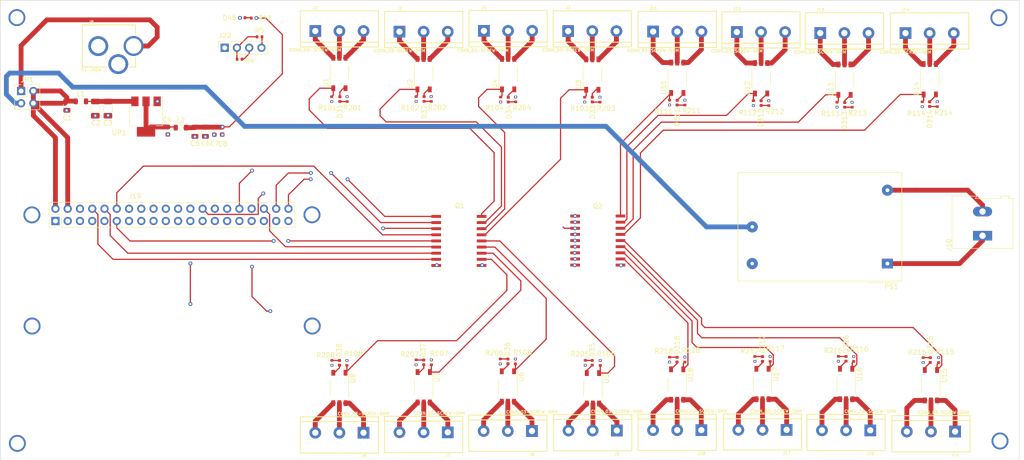
<source format=kicad_pcb>
(kicad_pcb (version 20211014) (generator pcbnew)
  (layers (0 "F.Cu" signal) (1 "In1.Cu" signal) (2 "In2.Cu" signal) (31 "B.Cu" signal) (34 "B.Paste" user) (35 "F.Paste" user) (36 "B.SilkS" user "B.Silkscreen") (37 "F.SilkS" user "F.Silkscreen") (38 "B.Mask" user) (39 "F.Mask" user) (44 "Edge.Cuts" user))
  (net 0 "")
  (net 1 "VBUS")
  (net 2 "GND")
  (net 3 "Net-(C2-Pad1)")
  (net 4 "Net-(C4-Pad1)")
  (net 5 "Net-(D32-Pad2)")
  (net 6 "Net-(D33-Pad1)")
  (net 7 "Net-(D33-Pad2)")
  (net 8 "Net-(D34-Pad2)")
  (net 9 "I2C_SCL")
  (net 10 "I2C_SDA")
  (net 11 "Net-(J5-Pad1)")
  (net 12 "Net-(J5-Pad2)")
  (net 13 "Net-(J5-Pad3)")
  (net 14 "Net-(J6-Pad1)")
  (net 15 "Net-(J6-Pad2)")
  (net 16 "Net-(J6-Pad3)")
  (net 17 "Net-(J8-Pad1)")
  (net 18 "Net-(J8-Pad2)")
  (net 19 "Net-(J8-Pad3)")
  (net 20 "Net-(J11-Pad1)")
  (net 21 "Net-(J11-Pad2)")
  (net 22 "Net-(J11-Pad3)")
  (net 23 "Net-(J12-Pad1)")
  (net 24 "Net-(J12-Pad2)")
  (net 25 "Net-(J12-Pad3)")
  (net 26 "Net-(J13-Pad1)")
  (net 27 "Net-(J13-Pad2)")
  (net 28 "Net-(J13-Pad3)")
  (net 29 "Net-(J14-Pad1)")
  (net 30 "Net-(J14-Pad2)")
  (net 31 "Net-(J14-Pad3)")
  (net 32 "Net-(J15-Pad1)")
  (net 33 "Net-(J15-Pad2)")
  (net 34 "Net-(J15-Pad3)")
  (net 35 "Net-(J17-Pad1)")
  (net 36 "Net-(J17-Pad2)")
  (net 37 "Net-(J17-Pad3)")
  (net 38 "Net-(J18-Pad1)")
  (net 39 "Net-(J18-Pad2)")
  (net 40 "Net-(J18-Pad3)")
  (net 41 "Net-(D35-Pad2)")
  (net 42 "Net-(D36-Pad2)")
  (net 43 "Net-(D37-Pad1)")
  (net 44 "Net-(D37-Pad2)")
  (net 45 "Net-(D38-Pad2)")
  (net 46 "Net-(Q1-Pad1)")
  (net 47 "Net-(Q2-Pad1)")
  (net 48 "Net-(Q2-Pad2)")
  (net 49 "Net-(Q2-Pad3)")
  (net 50 "Net-(Q2-Pad4)")
  (net 51 "Net-(Q2-Pad6)")
  (net 52 "Net-(Q2-Pad8)")
  (net 53 "Net-(Q2-Pad12)")
  (net 54 "Net-(D311-Pad1)")
  (net 55 "Net-(D312-Pad2)")
  (net 56 "Net-(D313-Pad2)")
  (net 57 "Net-(D315-Pad2)")
  (net 58 "Net-(D316-Pad2)")
  (net 59 "Net-(D317-Pad2)")
  (net 60 "Net-(D318-Pad2)")
  (net 61 "Net-(J3-Pad1)")
  (net 62 "Net-(J3-Pad2)")
  (net 63 "Net-(J3-Pad3)")
  (net 64 "Net-(J1-Pad1)")
  (net 65 "Net-(J1-Pad2)")
  (net 66 "Net-(J1-Pad3)")
  (net 67 "Net-(J2-Pad1)")
  (net 68 "Net-(J2-Pad2)")
  (net 69 "Net-(J2-Pad3)")
  (net 70 "Net-(J4-Pad1)")
  (net 71 "Net-(J4-Pad2)")
  (net 72 "Net-(J4-Pad3)")
  (net 73 "Net-(J7-Pad1)")
  (net 74 "Net-(J7-Pad2)")
  (net 75 "Net-(J7-Pad3)")
  (net 76 "Net-(D45-Pad2)")
  (net 77 "Net-(J16-Pad1)")
  (net 78 "Net-(J16-Pad2)")
  (net 79 "Net-(J16-Pad3)")
  (net 80 "Net-(D31-Pad1)")
  (net 81 "Net-(D31-Pad2)")
  (net 82 "Net-(D32-Pad1)")
  (net 83 "Net-(D34-Pad1)")
  (net 84 "Net-(D35-Pad1)")
  (net 85 "Net-(D36-Pad1)")
  (net 86 "Net-(D38-Pad1)")
  (net 87 "Net-(D311-Pad2)")
  (net 88 "Net-(D312-Pad1)")
  (net 89 "Net-(D313-Pad1)")
  (net 90 "Net-(D314-Pad1)")
  (net 91 "Net-(D314-Pad2)")
  (net 92 "Net-(D315-Pad1)")
  (net 93 "Net-(D316-Pad1)")
  (net 94 "Net-(D317-Pad1)")
  (net 95 "Net-(D318-Pad1)")
  (net 96 "Net-(Q1-Pad11)")
  (net 97 "Net-(Q1-Pad12)")
  (net 98 "Net-(Q1-Pad13)")
  (net 99 "Net-(Q1-Pad14)")
  (net 100 "Net-(Q1-Pad15)")
  (net 101 "Net-(Q1-Pad16)")
  (net 102 "Net-(Q1-Pad17)")
  (net 103 "Net-(Q1-Pad18)")
  (net 104 "Net-(Q2-Pad11)")
  (net 105 "Net-(Q2-Pad13)")
  (net 106 "Net-(Q2-Pad14)")
  (net 107 "Net-(Q2-Pad15)")
  (net 108 "Net-(Q2-Pad16)")
  (net 109 "MCU_VCC")
  (net 110 "Net-(Q2-Pad17)")
  (net 111 "Net-(Q2-Pad18)")
  (net 117 "Net-(J19-Pad8)")
  (net 118 "Net-(J19-Pad10)")
  (net 119 "Net-(J19-Pad11)")
  (net 120 "Net-(J19-Pad12)")
  (net 124 "Net-(Q2-Pad5)")
  (net 128 "Net-(Q2-Pad7)")
  (net 129 "Net-(J19-Pad35)")
  (net 130 "Net-(J19-Pad36)")
  (net 132 "Net-(J19-Pad38)")
  (net 133 "DC_IN")
  (net 134 "AC_L_In")
  (net 135 "AC_N_In")
  (net 136 "DC In from AC")
  (footprint "Resistor_SMD:R_0402_1005Metric" (layer "F.Cu") (at 66.829 78.003)
    (fp_text reference "R4")
    (fp_text value "10k")
  )
  (footprint "Resistor_SMD:R_0402_1005Metric" (layer "F.Cu") (at 124.019009 86.320766 -90)
    (fp_text reference "R204")
    (fp_text value "R")
  )
  (footprint "Capacitor_SMD:C_0805_2012Metric" (layer "F.Cu") (at 57.59 93.03 -90)
    (fp_text reference "C5")
    (fp_text value "100n")
  )
  (footprint "Resistor_SMD:R_0402_1005Metric" (layer "F.Cu") (at 120.84998 140.58584 90)
    (fp_text reference "R206")
    (fp_text value "R")
  )
  (footprint "Resistor_SMD:R_0402_1005Metric" (layer "F.Cu") (at 106.53629 86.22458 -90)
    (fp_text reference "R202")
    (fp_text value "R")
  )
  (footprint "LED_SMD:LED_0402_1005Metric" (layer "F.Cu") (at 122.494009 86.378266 90)
    (fp_text reference "D34")
    (fp_text value "D")
  )
  (footprint "TerminalBlock:TerminalBlock_Altech_AK300-2_P5.00mm" (layer "F.Cu") (at 220.726 114.554 90)
    (fp_text reference "J10")
    (fp_text value "AC In")
  )
  (footprint "Capacitor_SMD:C_0603_1608Metric" (layer "F.Cu") (at 63.24 92.83 -90)
    (fp_text reference "C8")
    (fp_text value "100n")
  )
  (footprint "Connectors:SCREWTERMINAL-5MM-3" (layer "F.Cu") (at 127.39999 155.01042 180)
    (fp_text reference "J6")
    (fp_text value "CONN_03-SCREW-5MM")
  )
  (footprint "LED_SMD:LED_0402_1005Metric" (layer "F.Cu") (at 87.545 140.87921 -90)
    (fp_text reference "D38")
    (fp_text value "D")
  )
  (footprint "Connector_PinHeader_2.54mm:PinHeader_2x02_P2.54mm_Vertical" (layer "F.Cu") (at 21.59 84.582)
    (fp_text reference "JP1")
    (fp_text value "VBUS Select")
  )
  (footprint "LED_SMD:LED_0402_1005Metric" (layer "F.Cu") (at 175.16 140.08128 -90)
    (fp_text reference "D317")
    (fp_text value "D")
  )
  (footprint "digikey-footprints:SOIC-18_W7.5mm" (layer "F.Cu") (at 112.27 115.64 -90)
    (fp_text reference "Q1")
    (fp_text value "ULN2803ADWR")
  )
  (footprint "Resistor_SMD:R_0402_1005Metric" (layer "F.Cu") (at 208.245 87.32542 -90)
    (fp_text reference "R114")
    (fp_text value "4k7")
  )
  (footprint "LED_SMD:LED_0402_1005Metric" (layer "F.Cu") (at 157.47501 86.995 90)
    (fp_text reference "D311")
    (fp_text value "D")
  )
  (footprint "Package_SO:MFSOP6-5_4.4x3.6mm_P1.27mm" (layer "F.Cu") (at 104.99 145.94954 -90)
    (fp_text reference "U7")
    (fp_text value "TLP148G")
  )
  (footprint "Package_TO_SOT_SMD:SOT-223-3_TabPin2" (layer "F.Cu") (at 47.47 89.88 -90)
    (fp_text reference "UP1")
    (fp_text value "AP1117-33")
  )
  (footprint "Package_SO:MFSOP6-5_4.4x3.6mm_P1.27mm" (layer "F.Cu") (at 157.48002 145.38128 -90)
    (fp_text reference "U18")
    (fp_text value "TLP148G")
  )
  (footprint "Package_SO:MFSOP6-5_4.4x3.6mm_P1.27mm" (layer "F.Cu") (at 122.42498 145.78584 -90)
    (fp_text reference "U6")
    (fp_text value "TLP148G")
  )
  (footprint "Resistor_SMD:R_0402_1005Metric" (layer "F.Cu") (at 173.57 140.08128 90)
    (fp_text reference "R217")
    (fp_text value "R")
  )
  (footprint "digikey-footprints:SOIC-18_W7.5mm" (layer "F.Cu") (at 141.04 115.56 -90)
    (fp_text reference "Q2")
    (fp_text value "ULN2803ADWR")
  )
  (footprint "Connectors:SCREWTERMINAL-5MM-3" (layer "F.Cu") (at 169.84001 72.37)
    (fp_text reference "J12")
    (fp_text value "CONN_03-SCREW-5MM")
  )
  (footprint "Connectors:SCREWTERMINAL-5MM-3" (layer "F.Cu") (at 215.04 155.12128 180)
    (fp_text reference "J15")
    (fp_text value "CONN_03-SCREW-5MM")
  )
  (footprint "Connectors:SCREWTERMINAL-5MM-3" (layer "F.Cu") (at 92.52001 155.36129 180)
    (fp_text reference "J8")
    (fp_text value "CONN_03-SCREW-5MM")
  )
  (footprint "Resistor_SMD:R_0402_1005Metric" (layer "F.Cu") (at 103.41129 86.24958 -90)
    (fp_text reference "R102")
    (fp_text value "4k7")
  )
  (footprint "Resistor_SMD:R_0402_1005Metric" (layer "F.Cu") (at 69.795 69.475 180)
    (fp_text reference "R11")
    (fp_text value "22")
  )
  (footprint "Resistor_SMD:R_0402_1005Metric" (layer "F.Cu") (at 89.07 140.91171 90)
    (fp_text reference "R108")
    (fp_text value "4k7")
  )
  (footprint "Resistor_SMD:R_0402_1005Metric" (layer "F.Cu") (at 85.9213 86.25916 -90)
    (fp_text reference "R101")
    (fp_text value "4k7")
  )
  (footprint "Resistor_SMD:R_0402_1005Metric" (layer "F.Cu") (at 141.555 140.90913 90)
    (fp_text reference "R105")
    (fp_text value "4k7")
  )
  (footprint "Connectors:POWER_JACK_PTH_LOCK" (layer "F.Cu") (at 31.02029 75.26147 -90)
    (fp_text reference "J9")
    (fp_text value "PJ-202A")
  )
  (footprint "Resistor_SMD:R_0402_1005Metric" (layer "F.Cu") (at 138.32629 86.37958 -90)
    (fp_text reference "R103")
    (fp_text value "4k7")
  )
  (footprint "Capacitor_SMD:C_1206_3216Metric" (layer "F.Cu") (at 39.57 88.23 -90)
    (fp_text reference "C3")
    (fp_text value "100n")
  )
  (footprint "Resistor_SMD:R_0402_1005Metric" (layer "F.Cu") (at 155.90001 86.985 -90)
    (fp_text reference "R111")
    (fp_text value "4k7")
  )
  (footprint "Package_SO:MFSOP6-5_4.4x3.6mm_P1.27mm" (layer "F.Cu") (at 175.15 145.27128 -90)
    (fp_text reference "U17")
    (fp_text value "TLP148G")
  )
  (footprint "Resistor_SMD:R_0402_1005Metric" (layer "F.Cu") (at 138.455 140.88413 90)
    (fp_text reference "R205")
    (fp_text value "R")
  )
  (footprint "Resistor_SMD:R_0402_1005Metric" (layer "F.Cu") (at 85.97 140.88671 90)
    (fp_text reference "R208")
    (fp_text value "R")
  )
  (footprint "Capacitor_SMD:C_0805_2012Metric" (layer "F.Cu") (at 59.765 93.03 -90)
    (fp_text reference "C6")
    (fp_text value "10n")
  )
  (footprint "Resistor_SMD:R_0402_1005Metric" (layer "F.Cu") (at 173.265 87.09542 -90)
    (fp_text reference "R112")
    (fp_text value "4k7")
  )
  (footprint "Connector_PinHeader_2.54mm:PinHeader_2x20_P2.54mm_Vertical" (layer "F.Cu") (at 28.707 111.511 90)
    (fp_text reference "J19")
    (fp_text value "Raspberry_Pi_2_3")
  )
  (footprint "Resistor_SMD:R_0402_1005Metric" (layer "F.Cu") (at 159.06002 140.22128 90)
    (fp_text reference "R118")
    (fp_text value "4k7")
  )
  (footprint "Resistor_SMD:R_0402_1005Metric" (layer "F.Cu") (at 190.585 87.43126 -90)
    (fp_text reference "R113")
    (fp_text value "4k7")
  )
  (footprint "Package_SO:MFSOP6-5_4.4x3.6mm_P1.27mm" (layer "F.Cu") (at 157.50001 81.845 90)
    (fp_text reference "U11")
    (fp_text value "TLP148G")
  )
  (footprint "LED_SMD:LED_0402_1005Metric" (layer "F.Cu") (at 174.865 87.09542 90)
    (fp_text reference "D312")
    (fp_text value "D")
  )
  (footprint "Package_SO:MFSOP6-5_4.4x3.6mm_P1.27mm" (layer "F.Cu") (at 140.03 146.15913 -90)
    (fp_text reference "U5")
    (fp_text value "TLP148G")
  )
  (footprint "Connectors:SCREWTERMINAL-5MM-3" (layer "F.Cu") (at 117.45128 72.12)
    (fp_text reference "J4")
    (fp_text value "CONN_03-SCREW-5MM")
  )
  (footprint "Connectors:SCREWTERMINAL-5MM-3" (layer "F.Cu") (at 134.90128 72.18)
    (fp_text reference "J3")
    (fp_text value "CONN_03-SCREW-5MM")
  )
  (footprint "Package_SO:MFSOP6-5_4.4x3.6mm_P1.27mm" (layer "F.Cu") (at 209.795 82.15042 90)
    (fp_text reference "U14")
    (fp_text value "TLP148G")
  )
  (footprint "Resistor_SMD:R_0402_1005Metric" (layer "F.Cu") (at 193.71 87.43126 -90)
    (fp_text reference "R213")
    (fp_text value "R")
  )
  (footprint "Package_SO:MFSOP6-5_4.4x3.6mm_P1.27mm" (layer "F.Cu") (at 139.90129 81.17958 90)
    (fp_text reference "U3")
    (fp_text value "TLP148G")
  )
  (footprint "Package_SO:MFSOP6-5_4.4x3.6mm_P1.27mm" (layer "F.Cu") (at 87.5213 80.85916 90)
    (fp_text reference "U1")
    (fp_text value "TLP148G")
  )
  (footprint "Package_SO:MFSOP6-5_4.4x3.6mm_P1.27mm" (layer "F.Cu") (at 122.469009 81.095766 90)
    (fp_text reference "U4")
    (fp_text value "TLP148G")
  )
  (footprint "Resistor_SMD:R_0402_1005Metric" (layer "F.Cu") (at 70.979 73.353)
    (fp_text reference "R5")
    (fp_text value "10k")
  )
  (footprint "LED_SMD:LED_0402_1005Metric" (layer "F.Cu") (at 139.90129 86.36208 90)
    (fp_text reference "D33")
    (fp_text value "D")
  )
  (footprint "Connectors:SCREWTERMINAL-5MM-3" (layer "F.Cu") (at 152.50001 72.27)
    (fp_text reference "J11")
    (fp_text value "CONN_03-SCREW-5MM")
  )
  (footprint "Resistor_SMD:R_0402_1005Metric" (layer "F.Cu") (at 123.97498 140.58584 90)
    (fp_text reference "R106")
    (fp_text value "4k7")
  )
  (footprint "Connectors:SCREWTERMINAL-5MM-3" (layer "F.Cu") (at 82.52128 72.16)
    (fp_text reference "J1")
    (fp_text value "CONN_03-SCREW-5MM")
  )
  (footprint "Resistor_SMD:R_0402_1005Metric" (layer "F.Cu") (at 208.44 140.31128 90)
    (fp_text reference "R215")
    (fp_text value "R")
  )
  (footprint "Connectors:SCREWTERMINAL-5MM-3" (layer "F.Cu") (at 144.98001 154.90871 180)
    (fp_text reference "J5")
    (fp_text value "CONN_03-SCREW-5MM")
  )
  (footprint "Package_SO:MFSOP6-5_4.4x3.6mm_P1.27mm" (layer "F.Cu") (at 174.865 81.94542 90)
    (fp_text reference "U12")
    (fp_text value "TLP148G")
  )
  (footprint "Connectors:SCREWTERMINAL-5MM-3" (layer "F.Cu") (at 109.96502 155.2737 180)
    (fp_text reference "J7")
    (fp_text value "CONN_03-SCREW-5MM")
  )
  (footprint "LED_SMD:LED_0402_1005Metric" (layer "F.Cu") (at 209.77 87.30042 90)
    (fp_text reference "D314")
    (fp_text value "D")
  )
  (footprint "Resistor_SMD:R_0402_1005Metric" (layer "F.Cu") (at 211.345 87.30042 -90)
    (fp_text reference "R214")
    (fp_text value "R")
  )
  (footprint "Resistor_SMD:R_0402_1005Metric" (layer "F.Cu") (at 176.44 87.09542 -90)
    (fp_text reference "R212")
    (fp_text value "R")
  )
  (footprint "Package_SO:MFSOP6-5_4.4x3.6mm_P1.27mm" (layer "F.Cu") (at 87.52 146.08671 -90)
    (fp_text reference "U8")
    (fp_text value "TLP148G")
  )
  (footprint "LED_SMD:LED_0402_1005Metric" (layer "F.Cu") (at 105.06129 86.23208 90)
    (fp_text reference "D32")
    (fp_text value "D")
  )
  (footprint "Capacitor_SMD:C_0805_2012Metric" (layer "F.Cu") (at 31.07 87.63 -90)
    (fp_text reference "C1")
    (fp_text value "100n")
  )
  (footprint "Resistor_SMD:R_0402_1005Metric" (layer "F.Cu") (at 89.1213 86.25916 -90)
    (fp_text reference "R201")
    (fp_text value "R")
  )
  (footprint "Connectors:SCREWTERMINAL-5MM-3" (layer "F.Cu") (at 162.48001 154.8317 180)
    (fp_text reference "J18")
    (fp_text value "CONN_03-SCREW-5MM")
  )
  (footprint "Resistor_SMD:R_0402_1005Metric" (layer "F.Cu") (at 141.47629 86.37958 -90)
    (fp_text reference "R203")
    (fp_text value "R")
  )
  (footprint "Resistor_SMD:R_0402_1005Metric" (layer "F.Cu") (at 106.565 140.77454 90)
    (fp_text reference "R107")
    (fp_text value "4k7")
  )
  (footprint "Package_SO:MFSOP6-5_4.4x3.6mm_P1.27mm" (layer "F.Cu") (at 192.135 82.23126 90)
    (fp_text reference "U13")
    (fp_text value "TLP148G")
  )
  (footprint "LED_SMD:LED_0402_1005Metric" (layer "F.Cu") (at 157.45002 140.22128 -90)
    (fp_text reference "D318")
    (fp_text value "D")
  )
  (footprint "Connectors:SCREWTERMINAL-5MM-3" (layer "F.Cu") (at 197.47 154.87128 180)
    (fp_text reference "J16")
    (fp_text value "CONN_03-SCREW-5MM")
  )
  (footprint "Connectors:SCREWTERMINAL-5MM-3" (layer "F.Cu") (at 187.11001 72.58)
    (fp_text reference "J13")
    (fp_text value "CONN_03-SCREW-5MM")
  )
  (footprint "LED_SMD:LED_0402_1005Metric" (layer "F.Cu") (at 192.45 140.05128 -90)
    (fp_text reference "D316")
    (fp_text value "D")
  )
  (footprint "LED_SMD:LED_0402_1005Metric" (layer "F.Cu") (at 192.185 87.45626 90)
    (fp_text reference "D313")
    (fp_text value "D")
  )
  (footprint "Connectors:SCREWTERMINAL-5MM-3" (layer "F.Cu") (at 204.77001 72.6)
    (fp_text reference "J14")
    (fp_text value "CONN_03-SCREW-5MM")
  )
  (footprint "Resistor_SMD:R_0402_1005Metric" (layer "F.Cu") (at 103.415 140.77454 90)
    (fp_text reference "R207")
    (fp_text value "R")
  )
  (footprint "Converter_ACDC:Converter_ACDC_MeanWell_IRM-02-xx_THT" (layer "F.Cu") (at 201.026419 120.328332 180)
    (fp_text reference "PS1")
    (fp_text value "IRM-02-5")
  )
  (footprint "Connectors:SCREWTERMINAL-5MM-3" (layer "F.Cu") (at 180.15 154.77128 180)
    (fp_text reference "J17")
    (fp_text value "CONN_03-SCREW-5MM")
  )
  (footprint "LED_SMD:LED_0402_1005Metric" (layer "F.Cu") (at 104.99 140.78454 -90)
    (fp_text reference "D37")
    (fp_text value "D")
  )
  (footprint "Resistor_SMD:R_0402_1005Metric" (layer "F.Cu") (at 120.919009 86.345766 -90)
    (fp_text reference "R104")
    (fp_text value "4k7")
  )
  (footprint "LED_SMD:LED_0402_1005Metric" (layer "F.Cu") (at 122.42498 140.57834 -90)
    (fp_text reference "D36")
    (fp_text value "D")
  )
  (footprint "Package_SO:MFSOP6-5_4.4x3.6mm_P1.27mm" (layer "F.Cu") (at 210.04 145.52128 -90)
    (fp_text reference "U15")
    (fp_text value "TLP148G")
  )
  (footprint "LED_SMD:LED_0402_1005Metric" (layer "F.Cu") (at 67.47 69.405)
    (fp_text reference "D45")
    (fp_text value "PWR")
  )
  (footprint "Connector_PinSocket_2.54mm:PinSocket_1x04_P2.54mm_Vertical" (layer "F.Cu") (at 63.754 75.628 90)
    (fp_text reference "J22")
    (fp_text value "Conn_01x04")
  )
  (footprint "Capacitor_SMD:C_1206_3216Metric" (layer "F.Cu") (at 36.97 88.23 -90)
    (fp_text reference "C2")
    (fp_text value "4,7u")
  )
  (footprint "Resistor_SMD:R_0402_1005Metric" (layer "F.Cu") (at 194.04 140.07128 90)
    (fp_text reference "R116")
    (fp_text value "4k7")
  )
  (footprint "Inductor_SMD:L_0805_2012Metric" (layer "F.Cu") (at 33.97 86.73)
    (fp_text reference "L1")
    (fp_text value "1uH")
  )
  (footprint "LED_SMD:LED_0402_1005Metric" (layer "F.Cu") (at 139.88 140.87663 -90)
    (fp_text reference "D35")
    (fp_text value "D")
  )
  (footprint "Capacitor_SMD:C_0603_1608Metric" (layer "F.Cu") (at 51.99 92.805 -90)
    (fp_text reference "C4")
    (fp_text value "100n")
  )
  (footprint "Package_SO:MFSOP6-5_4.4x3.6mm_P1.27mm" (layer "F.Cu") (at 104.96129 81.09958 90)
    (fp_text reference "U2")
    (fp_text value "TLP148G")
  )
  (footprint "Inductor_SMD:L_0805_2012Metric" (layer "F.Cu") (at 54.6775 92.18)
    (fp_text reference "L2")
    (fp_text value "10uH")
  )
  (footprint "Resistor_SMD:R_0402_1005Metric" (layer "F.Cu") (at 159.07501 86.995 -90)
    (fp_text reference "R211")
    (fp_text value "R")
  )
  (footprint "Connectors:SCREWTERMINAL-5MM-3" (layer "F.Cu") (at 99.96128 72.3)
    (fp_text reference "J2")
    (fp_text value "CONN_03-SCREW-5MM")
  )
  (footprint "Capacitor_SMD:C_0603_1608Metric" (layer "F.Cu") (at 61.615 92.855 -90)
    (fp_text reference "C7")
    (fp_text value "1n")
  )
  (footprint "LED_SMD:LED_0402_1005Metric" (layer "F.Cu") (at 87.6213 86.25916 90)
    (fp_text reference "D31")
    (fp_text value "D")
  )
  (footprint "Resistor_SMD:R_0402_1005Metric" (layer "F.Cu") (at 190.88 140.05128 90)
    (fp_text reference "R216")
    (fp_text value "R")
  )
  (footprint "LED_SMD:LED_0402_1005Metric" (layer "F.Cu") (at 209.9 140.31128 -90)
    (fp_text reference "D315")
    (fp_text value "D")
  )
  (footprint "Package_SO:MFSOP6-5_4.4x3.6mm_P1.27mm" (layer "F.Cu") (at 192.47 145.27128 -90)
    (fp_text reference "U16")
    (fp_text value "TLP148G")
  )
  (footprint "Resistor_SMD:R_0402_1005Metric" (layer "F.Cu") (at 155.90002 140.22128 90)
    (fp_text reference "R218")
    (fp_text value "R")
  )
  (footprint "Resistor_SMD:R_0402_1005Metric" (layer "F.Cu") (at 211.62 140.31128 90)
    (fp_text reference "R115")
    (fp_text value "4k7")
  )
  (footprint "Resistor_SMD:R_0402_1005Metric" (layer "F.Cu") (at 176.74 140.08128 90)
    (fp_text reference "R117")
    (fp_text value "4k7")
  )
  (gr_line (start 228.346 65.786) (end 17.272 65.786) (layer "Edge.Cuts") (width 0.1))
  (gr_line (start 17.272 65.786) (end 17.272 161.036) (layer "Edge.Cuts") (width 0.1))
  (gr_line (start 17.272 161.036) (end 228.346 161.036) (layer "Edge.Cuts") (width 0.1))
  (gr_line (start 228.346 161.036) (end 228.346 65.786) (layer "Edge.Cuts") (width 0.1))
  (segment (start 31.24 95.15) (end 31.247 95.157) (width 1) (layer "F.Cu") (net 1))
  (segment (start 31.07 86.68) (end 31.07 85.934) (width 1) (layer "F.Cu") (net 1))
  (segment (start 31.247 95.157) (end 31.247 108.971) (width 1) (layer "F.Cu") (net 1))
  (segment (start 28.69 94.71) (end 28.707 94.727) (width 1) (layer "F.Cu") (net 1))
  (segment (start 30.628 87.122) (end 31.07 86.68) (width 1) (layer "F.Cu") (net 1))
  (segment (start 31.24 94.232) (end 31.24 95.15) (width 1) (layer "F.Cu") (net 1))
  (segment (start 24.13 89.67) (end 28.69 94.23) (width 1) (layer "F.Cu") (net 1))
  (segment (start 31.07 85.934) (end 29.718 84.582) (width 1) (layer "F.Cu") (net 1))
  (segment (start 24.13 87.122) (end 24.13 89.67) (width 1) (layer "F.Cu") (net 1))
  (segment (start 24.13 84.582) (end 24.13 87.122) (width 1) (layer "F.Cu") (net 1))
  (segment (start 28.707 94.727) (end 28.707 108.971) (width 1) (layer "F.Cu") (net 1))
  (segment (start 31.07 86.68) (end 32.8575 86.68) (width 1) (layer "F.Cu") (net 1))
  (segment (start 29.718 84.582) (end 24.13 84.582) (width 1) (layer "F.Cu") (net 1))
  (segment (start 24.13 87.122) (end 31.24 94.232) (width 1) (layer "F.Cu") (net 1))
  (segment (start 24.13 87.122) (end 30.628 87.122) (width 1) (layer "F.Cu") (net 1))
  (segment (start 28.69 94.23) (end 28.69 94.71) (width 1) (layer "F.Cu") (net 1))
  (segment (start 32.8575 86.68) (end 32.9075 86.73) (width 0.25) (layer "F.Cu") (net 1))
  (segment (start 138.32587 86.89) (end 138.32629 86.88958) (width 0.25) (layer "F.Cu") (net 2))
  (segment (start 155.90001 87.495) (end 156.075 87.495) (width 0.25) (layer "F.Cu") (net 2))
  (segment (start 208.23958 87.83) (end 208.245 87.83542) (width 0.25) (layer "F.Cu") (net 2))
  (via (at 123.976119 140.073969) (size 0.6) (drill 0.3) (layers "F.Cu" "B.Cu") (net 2))
  (via (at 107.696 120.65) (size 0.8) (drill 0.4) (layers "F.Cu" "B.Cu") (net 2))
  (via (at 66.912776 69.432558) (size 0.8) (drill 0.4) (layers "F.Cu" "B.Cu") (net 2))
  (via (at 23.82653 110.2401) (size 3.5) (drill 2.75) (layers "F.Cu" "B.Cu") (net 2))
  (via (at 155.901949 140.740284) (size 0.6) (drill 0.3) (layers "F.Cu" "B.Cu") (net 2))
  (via (at 49.82 86.73) (size 0.8) (drill 0.4) (layers "F.Cu" "B.Cu") (net 2))
  (via (at 208.443736 140.824151) (size 0.6) (drill 0.3) (layers "F.Cu" "B.Cu") (net 2))
  (via (at 224.109326 69.409577) (size 3.5) (drill 2.75) (layers "F.Cu" "B.Cu") (net 2))
  (via (at 117.094 120.65) (size 0.8) (drill 0.4) (layers "F.Cu" "B.Cu") (net 2))
  (via (at 63.28 93.64) (size 0.8) (drill 0.4) (layers "F.Cu" "B.Cu") (net 2))
  (via (at 81.892025 133.258406) (size 3.5) (drill 2.75) (layers "F.Cu" "B.Cu") (net 2))
  (via (at 106.529578 85.729803) (size 0.6) (drill 0.3) (layers "F.Cu" "B.Cu") (net 2))
  (via (at 124.017592 85.812163) (size 0.6) (drill 0.3) (layers "F.Cu" "B.Cu") (net 2))
  (via (at 39.61 89.62) (size 0.8) (drill 0.4) (layers "F.Cu" "B.Cu") (net 2))
  (via (at 194.042339 139.558234) (size 0.6) (drill 0.3) (layers "F.Cu" "B.Cu") (net 2))
  (via (at 120.849201 141.098295) (size 0.6) (drill 0.3) (layers "F.Cu" "B.Cu") (net 2))
  (via (at 106.568822 140.264737) (size 0.6) (drill 0.3) (layers "F.Cu" "B.Cu") (net 2))
  (via (at 85.921221 86.772762) (size 0.6) (drill 0.3) (layers "F.Cu" "B.Cu") (net 2))
  (via (at 173.570322 140.601886) (size 0.6) (drill 0.3) (layers "F.Cu" "B.Cu") (net 2))
  (via (at 159.060464 139.711488) (size 0.6) (drill 0.3) (layers "F.Cu" "B.Cu") (net 2))
  (via (at 31.03 88.59) (size 0.8) (drill 0.4) (layers "F.Cu" "B.Cu") (net 2))
  (via (at 211.345913 86.783312) (size 0.6) (drill 0.3) (layers "F.Cu" "B.Cu") (net 2))
  (via (at 145.84 120.69) (size 0.8) (drill 0.4) (layers "F.Cu" "B.Cu") (net 2))
  (via (at 20.815107 157.570246) (size 3.5) (drill 2.75) (layers "F.Cu" "B.Cu") (net 2))
  (via (at 159.071914 86.479021) (size 0.6) (drill 0.3) (layers "F.Cu" "B.Cu") (net 2))
  (via (at 20.722729 69.379664) (size 3.5) (drill 2.75) (layers "F.Cu" "B.Cu") (net 2))
  (via (at 138.316334 86.8813) (size 0.6) (drill 0.3) (layers "F.Cu" "B.Cu") (net 2))
  (via (at 89.071095 140.402042) (size 0.6) (drill 0.3) (layers "F.Cu" "B.Cu") (net 2))
  (via (at 141.555131 140.399312) (size 0.6) (drill 0.3) (layers "F.Cu" "B.Cu") (net 2))
  (via (at 61.56 93.64) (size 0.8) (drill 0.4) (layers "F.Cu" "B.Cu") (net 2))
  (via (at 52.01 93.57) (size 0.8) (drill 0.4) (layers "F.Cu" "B.Cu") (net 2))
  (via (at 120.925306 86.864126) (size 0.6) (drill 0.3) (layers "F.Cu" "B.Cu") (net 2))
  (via (at 190.879364 140.568098) (size 0.6) (drill 0.3) (layers "F.Cu" "B.Cu") (net 2))
  (via (at 138.459712 141.398359) (size 0.6) (drill 0.3) (layers "F.Cu" "B.Cu") (net 2))
  (via (at 81.837312 110.219562) (size 3.5) (drill 2.75) (layers "F.Cu" "B.Cu") (net 2))
  (via (at 103.417572 141.290268) (size 0.6) (drill 0.3) (layers "F.Cu" "B.Cu") (net 2))
  (via (at 176.434601 86.591867) (size 0.6) (drill 0.3) (layers "F.Cu" "B.Cu") (net 2))
  (via (at 103.412842 86.763314) (size 0.6) (drill 0.3) (layers "F.Cu" "B.Cu") (net 2))
  (via (at 190.582894 87.940916) (size 0.6) (drill 0.3) (layers "F.Cu" "B.Cu") (net 2))
  (via (at 141.471017 85.862822) (size 0.6) (drill 0.3) (layers "F.Cu" "B.Cu") (net 2))
  (via (at 57.59 94.02) (size 0.8) (drill 0.4) (layers "F.Cu" "B.Cu") (net 2))
  (via (at 59.76 94.02) (size 0.8) (drill 0.4) (layers "F.Cu" "B.Cu") (net 2))
  (via (at 136.26 120.67) (size 0.8) (drill 0.4) (layers "F.Cu" "B.Cu") (net 2))
  (via (at 23.872154 133.267037) (size 3.5) (drill 2.75) (layers "F.Cu" "B.Cu") (net 2))
  (via (at 85.973336 141.40193) (size 0.6) (drill 0.3) (layers "F.Cu" "B.Cu") (net 2))
  (via (at 173.266524 87.610615) (size 0.6) (drill 0.3) (layers "F.Cu" "B.Cu") (net 2))
  (via (at 36.96 89.69) (size 0.8) (drill 0.4) (layers "F.Cu" "B.Cu") (net 2))
  (via (at 176.742452 139.579314) (size 0.6) (drill 0.3) (layers "F.Cu" "B.Cu") (net 2))
  (via (at 208.243593 87.83121) (size 0.6) (drill 0.3) (layers "F.Cu" "B.Cu") (net 2))
  (via (at 211.62129 139.800411) (size 0.6) (drill 0.3) (layers "F.Cu" "B.Cu") (net 2))
  (via (at 193.711985 86.920691) (size 0.6) (drill 0.3) (layers "F.Cu" "B.Cu") (net 2))
  (via (at 155.896767 87.498007) (size 0.6) (drill 0.3) (layers "F.Cu" "B.Cu") (net 2))
  (via (at 224.343441 157.075125) (size 3.5) (drill 2.75) (layers "F.Cu" "B.Cu") (net 2))
  (via (at 89.12743 85.757645) (size 0.6) (drill 0.3) (layers "F.Cu" "B.Cu") (net 2))
  (segment (start 36.945 86.73) (end 36.97 86.755) (width 0.25) (layer "F.Cu") (net 3))
  (segment (start 39.57 86.755) (end 39.595 86.73) (width 0.25) (layer "F.Cu") (net 3))
  (segment (start 35.0325 86.73) (end 36.945 86.73) (width 0.25) (layer "F.Cu") (net 3))
  (segment (start 36.97 86.755) (end 39.57 86.755) (width 1) (layer "F.Cu") (net 3))
  (segment (start 39.595 86.73) (end 45.17 86.73) (width 1) (layer "F.Cu") (net 3))
  (segment (start 53.465 92.03) (end 53.615 92.18) (width 0.25) (layer "F.Cu") (net 4))
  (segment (start 48.47 92.03) (end 51.99 92.03) (width 1) (layer "F.Cu") (net 4))
  (segment (start 47.47 93.03) (end 47.47 86.73) (width 1) (layer "F.Cu") (net 4))
  (segment (start 51.99 92.03) (end 53.465 92.03) (width 0.25) (layer "F.Cu") (net 4))
  (segment (start 47.47 93.03) (end 48.47 92.03) (width 1) (layer "F.Cu") (net 4))
  (segment (start 105.06129 85.09958) (end 105.91129 84.24958) (width 0.25) (layer "F.Cu") (net 5))
  (segment (start 105.91129 84.24958) (end 106.23129 84.24958) (width 0.25) (layer "F.Cu") (net 5))
  (segment (start 105.06129 85.74708) (end 105.06129 85.09958) (width 0.25) (layer "F.Cu") (net 5))
  (segment (start 139.94379 86.88958) (end 139.90129 86.84708) (width 0.25) (layer "F.Cu") (net 6))
  (segment (start 141.47629 86.88958) (end 139.94379 86.88958) (width 0.25) (layer "F.Cu") (net 6))
  (segment (start 139.90129 85.10458) (end 140.67629 84.32958) (width 0.25) (layer "F.Cu") (net 7))
  (segment (start 139.90129 85.87708) (end 139.90129 85.10458) (width 0.25) (layer "F.Cu") (net 7))
  (segment (start 140.67629 84.32958) (end 141.17129 84.32958) (width 0.25) (layer "F.Cu") (net 7))
  (segment (start 122.494009 85.893266) (end 122.494009 85.490766) (width 0.25) (layer "F.Cu") (net 8))
  (segment (start 122.494009 85.490766) (end 123.739009 84.245766) (width 0.25) (layer "F.Cu") (net 8))
  (segment (start 67.679 78.003) (end 67.339 78.003) (width 0.25) (layer "F.Cu") (net 9))
  (segment (start 68.834 75.628) (end 68.834 76.848) (width 0.25) (layer "F.Cu") (net 9))
  (segment (start 68.834 76.848) (end 67.679 78.003) (width 0.25) (layer "F.Cu") (net 9))
  (segment (start 71.489 75.513) (end 71.374 75.628) (width 0.25) (layer "F.Cu") (net 10))
  (segment (start 71.489 73.353) (end 71.489 75.513) (width 0.25) (layer "F.Cu") (net 10))
  (segment (start 145.005 153.01413) (end 145.005 154.88372) (width 1) (layer "F.Cu") (net 11))
  (segment (start 145.005 154.88372) (end 144.98001 154.90871) (width 1) (layer "F.Cu") (net 11))
  (segment (start 145.005 153.01413) (end 141.3 149.30913) (width 1) (layer "F.Cu") (net 11))
  (segment (start 140.03 154.86) (end 139.98129 154.90871) (width 0.25) (layer "F.Cu") (net 12))
  (segment (start 140.03 149.30913) (end 140.03 154.86) (width 1) (layer "F.Cu") (net 12))
  (segment (start 134.98003 153.1091) (end 134.98003 154.90871) (width 1) (layer "F.Cu") (net 13))
  (segment (start 138.76 149.32913) (end 134.98003 153.1091) (width 1) (layer "F.Cu") (net 13))
  (segment (start 138.76 149.30913) (end 138.76 149.32913) (width 0.25) (layer "F.Cu") (net 13))
  (segment (start 127.39999 155.01042) (end 127.39999 152.64085) (width 1) (layer "F.Cu") (net 14))
  (segment (start 127.39999 152.64085) (end 123.69498 148.93584) (width 1) (layer "F.Cu") (net 14))
  (segment (start 122.40127 155.01042) (end 122.40127 148.95955) (width 1) (layer "F.Cu") (net 15))
  (segment (start 122.40127 148.95955) (end 122.42498 148.93584) (width 0.25) (layer "F.Cu") (net 15))
  (segment (start 121.15498 148.93584) (end 121.15498 148.98084) (width 0.25) (layer "F.Cu") (net 16))
  (segment (start 121.15498 148.98084) (end 117.40001 152.73581) (width 1) (layer "F.Cu") (net 16))
  (segment (start 117.40001 152.73581) (end 117.40001 155.01042) (width 1) (layer "F.Cu") (net 16))
  (segment (start 88.79 149.23671) (end 89.595 149.23671) (width 1) (layer "F.Cu") (net 17))
  (segment (start 89.595 149.23671) (end 92.52001 152.16172) (width 1) (layer "F.Cu") (net 17))
  (segment (start 92.52001 152.16172) (end 92.52001 155.36129) (width 1) (layer "F.Cu") (net 17))
  (segment (start 87.52 155.36) (end 87.52129 155.36129) (width 0.25) (layer "F.Cu") (net 18))
  (segment (start 87.52 149.23671) (end 87.52 155.36) (width 1) (layer "F.Cu") (net 18))
  (segment (start 83.72 151.76171) (end 82.52003 152.96168) (width 1) (layer "F.Cu") (net 19))
  (segment (start 86.25 149.23671) (end 83.725 151.76171) (width 1) (layer "F.Cu") (net 19))
  (segment (start 83.725 151.76171) (end 83.72 151.76171) (width 0.25) (layer "F.Cu") (net 19))
  (segment (start 82.52003 152.96168) (end 82.52003 155.36129) (width 1) (layer "F.Cu") (net 19))
  (segment (start 152.50001 76.72) (end 152.50001 72.27) (width 1) (layer "F.Cu") (net 20))
  (segment (start 154.47501 78.695) (end 152.50001 76.72) (width 1) (layer "F.Cu") (net 20))
  (segment (start 156.23001 78.695) (end 154.47501 78.695) (width 1) (layer "F.Cu") (net 20))
  (segment (start 157.50001 78.695) (end 157.50001 72.27128) (width 1) (layer "F.Cu") (net 21))
  (segment (start 157.50001 72.27128) (end 157.49873 72.27) (width 0.25) (layer "F.Cu") (net 21))
  (segment (start 159.77501 78.695) (end 162.49999 75.97002) (width 1) (layer "F.Cu") (net 22))
  (segment (start 162.49999 75.97002) (end 162.49999 72.27) (width 1) (layer "F.Cu") (net 22))
  (segment (start 158.77001 78.695) (end 159.77501 78.695) (width 1) (layer "F.Cu") (net 22))
  (segment (start 171.765 78.79542) (end 169.84001 76.87043) (width 1) (layer "F.Cu") (net 23))
  (segment (start 173.595 78.79542) (end 171.765 78.79542) (width 1) (layer "F.Cu") (net 23))
  (segment (start 169.84001 76.87043) (end 169.84001 72.37) (width 1) (layer "F.Cu") (net 23))
  (segment (start 174.865 78.79542) (end 174.865 72.39627) (width 1) (layer "F.Cu") (net 24))
  (segment (start 174.865 72.39627) (end 174.83873 72.37) (width 0.25) (layer "F.Cu") (net 24))
  (segment (start 177.065 78.79542) (end 179.83999 76.02043) (width 1) (layer "F.Cu") (net 25))
  (segment (start 176.135 78.79542) (end 177.065 78.79542) (width 1) (layer "F.Cu") (net 25))
  (segment (start 179.83999 76.02043) (end 179.83999 72.37) (width 1) (layer "F.Cu") (net 25))
  (segment (start 189.735 79.08126) (end 187.11001 76.45627) (width 1) (layer "F.Cu") (net 26))
  (segment (start 190.865 79.08126) (end 189.735 79.08126) (width 1) (layer "F.Cu") (net 26))
  (segment (start 187.11001 76.45627) (end 187.11001 72.58) (width 1) (layer "F.Cu") (net 26))
  (segment (start 192.135 79.08126) (end 192.135 72.60627) (width 1) (layer "F.Cu") (net 27))
  (segment (start 192.135 72.60627) (end 192.10873 72.58) (width 0.25) (layer "F.Cu") (net 27))
  (segment (start 193.405 79.08126) (end 193.96 79.08126) (width 1) (layer "F.Cu") (net 28))
  (segment (start 197.10999 75.93127) (end 197.10999 72.58) (width 1) (layer "F.Cu") (net 28))
  (segment (start 193.96 79.08126) (end 197.10999 75.93127) (width 1) (layer "F.Cu") (net 28))
  (segment (start 208.02 79.00042) (end 204.77001 75.75043) (width 1) (layer "F.Cu") (net 29))
  (segment (start 204.77001 75.75043) (end 204.77001 72.6) (width 1) (layer "F.Cu") (net 29))
  (segment (start 208.525 79.00042) (end 208.02 79.00042) (width 0.25) (layer "F.Cu") (net 29))
  (segment (start 209.795 72.62627) (end 209.76873 72.6) (width 0.25) (layer "F.Cu") (net 30))
  (segment (start 209.795 79.00042) (end 209.795 72.62627) (width 1) (layer "F.Cu") (net 30))
  (segment (start 213.215 76.85042) (end 213.22 76.85042) (width 0.25) (layer "F.Cu") (net 31))
  (segment (start 211.065 79.00042) (end 213.215 76.85042) (width 1) (layer "F.Cu") (net 31))
  (segment (start 213.22 76.85042) (end 214.76999 75.30043) (width 1) (layer "F.Cu") (net 31))
  (segment (start 214.76999 75.30043) (end 214.76999 72.6) (width 1) (layer "F.Cu") (net 31))
  (segment (start 213.05 148.67128) (end 215.04 150.66128) (width 1) (layer "F.Cu") (net 32))
  (segment (start 215.04 150.66128) (end 215.04 155.12128) (width 1) (layer "F.Cu") (net 32))
  (segment (start 211.31 148.67128) (end 213.05 148.67128) (width 1) (layer "F.Cu") (net 32))
  (segment (start 210.04 155.12) (end 210.04128 155.12128) (width 0.25) (layer "F.Cu") (net 33))
  (segment (start 210.04 148.67128) (end 210.04 155.12) (width 1) (layer "F.Cu") (net 33))
  (segment (start 206.62 148.67128) (end 205.04002 150.25126) (width 1) (layer "F.Cu") (net 34))
  (segment (start 208.77 148.67128) (end 206.62 148.67128) (width 1) (layer "F.Cu") (net 34))
  (segment (start 205.04002 150.25126) (end 205.04002 155.12128) (width 1) (layer "F.Cu") (net 34))
  (segment (start 177.87 148.42128) (end 176.42 148.42128) (width 1) (layer "F.Cu") (net 35))
  (segment (start 180.15 154.77128) (end 180.15 150.66128) (width 1) (layer "F.Cu") (net 35))
  (segment (start 180.15 150.66128) (end 177.89 148.40128) (width 1) (layer "F.Cu") (net 35))
  (segment (start 177.89 148.40128) (end 177.87 148.42128) (width 0.25) (layer "F.Cu") (net 35))
  (segment (start 175.15 148.42128) (end 175.15 154.77) (width 1) (layer "F.Cu") (net 36))
  (segment (start 175.15 154.77) (end 175.15128 154.77128) (width 0.25) (layer "F.Cu") (net 36))
  (segment (start 170.15002 151.51126) (end 173.24 148.42128) (width 1) (layer "F.Cu") (net 37))
  (segment (start 173.24 148.42128) (end 173.88 148.42128) (width 1) (layer "F.Cu") (net 37))
  (segment (start 170.15002 154.77128) (end 170.15002 151.51126) (width 1) (layer "F.Cu") (net 37))
  (segment (start 162.48001 150.82127) (end 162.48001 154.8317) (width 1) (layer "F.Cu") (net 38))
  (segment (start 160.19002 148.53128) (end 162.48001 150.82127) (width 1) (layer "F.Cu") (net 38))
  (segment (start 158.75002 148.53128) (end 160.19002 148.53128) (width 1) (layer "F.Cu") (net 38))
  (segment (start 157.48002 154.83043) (end 157.48129 154.8317) (width 0.25) (layer "F.Cu") (net 39))
  (segment (start 157.48002 148.53128) (end 157.48002 154.83043) (width 1) (layer "F.Cu") (net 39))
  (segment (start 156.21002 148.53128) (end 155.24002 148.53128) (width 1) (layer "F.Cu") (net 40))
  (segment (start 155.24002 148.53128) (end 152.48003 151.29127) (width 1) (layer "F.Cu") (net 40))
  (segment (start 152.48003 151.29127) (end 152.48003 154.8317) (width 1) (layer "F.Cu") (net 40))
  (segment (start 138.76 142.48163) (end 139.88 141.36163) (width 0.25) (layer "F.Cu") (net 41))
  (segment (start 138.76 143.00913) (end 138.76 142.48163) (width 0.25) (layer "F.Cu") (net 41))
  (segment (start 122.42498 141.36584) (end 121.15498 142.63584) (width 0.25) (layer "F.Cu") (net 42))
  (segment (start 122.42498 141.06334) (end 122.42498 141.36584) (width 0.25) (layer "F.Cu") (net 42))
  (segment (start 104.99 140.29954) (end 103.45 140.29954) (width 0.25) (layer "F.Cu") (net 43))
  (segment (start 103.45 140.29954) (end 103.415 140.26454) (width 0.25) (layer "F.Cu") (net 43))
  (segment (start 104.165 142.79954) (end 104.99 141.97454) (width 0.25) (layer "F.Cu") (net 44))
  (segment (start 103.72 142.79954) (end 104.165 142.79954) (width 0.25) (layer "F.Cu") (net 44))
  (segment (start 104.99 141.97454) (end 104.99 141.26954) (width 0.25) (layer "F.Cu") (net 44))
  (segment (start 87.545 141.88671) (end 87.545 141.36421) (width 0.25) (layer "F.Cu") (net 45))
  (segment (start 86.495 142.93671) (end 87.545 141.88671) (width 0.25) (layer "F.Cu") (net 45))
  (segment (start 86.25 142.93671) (end 86.495 142.93671) (width 0.25) (layer "F.Cu") (net 45))
  (segment (start 107.57 110.56) (end 96.9 110.56) (width 0.25) (layer "F.Cu") (net 46))
  (segment (start 89.21 102.87) (end 89.2 102.87) (width 0.25) (layer "F.Cu") (net 46))
  (segment (start 76.967 106.093) (end 76.967 108.971) (width 0.25) (layer "F.Cu") (net 46))
  (segment (start 96.9 110.56) (end 89.21 102.87) (width 0.25) (layer "F.Cu") (net 46))
  (segment (start 81.57 102.86) (end 80.2 102.86) (width 0.25) (layer "F.Cu") (net 46))
  (segment (start 80.2 102.86) (end 76.967 106.093) (width 0.25) (layer "F.Cu") (net 46))
  (via (at 89.21 102.87) (size 0.8) (drill 0.4) (layers "F.Cu" "B.Cu") (net 46))
  (via (at 81.57 102.86) (size 0.8) (drill 0.4) (layers "F.Cu" "B.Cu") (net 46))
  (segment (start 136.34 110.48) (end 136.33 110.48) (width 0.25) (layer "F.Cu") (net 47))
  (via (at 136.33 110.48) (size 0.8) (drill 0.4) (layers "F.Cu" "B.Cu") (net 47))
  (via (at 136.34 111.75) (size 0.8) (drill 0.4) (layers "F.Cu" "B.Cu") (net 48))
  (segment (start 70.712489 106.837511) (end 70.712489 110.037511) (width 0.25) (layer "F.Cu") (net 49))
  (segment (start 136.32 113.02) (end 134.12 113.02) (width 0.25) (layer "F.Cu") (net 49))
  (segment (start 70.604489 110.145511) (end 60.361511 110.145511) (width 0.25) (layer "F.Cu") (net 49))
  (segment (start 71.75 105.8) (end 70.712489 106.837511) (width 0.25) (layer "F.Cu") (net 49))
  (segment (start 60.361511 110.145511) (end 59.187 108.971) (width 0.25) (layer "F.Cu") (net 49))
  (segment (start 134.12 113.02) (end 133.86 112.76) (width 0.25) (layer "F.Cu") (net 49))
  (segment (start 70.712489 110.037511) (end 70.604489 110.145511) (width 0.25) (layer "F.Cu") (net 49))
  (via (at 71.75 105.8) (size 0.8) (drill 0.4) (layers "F.Cu" "B.Cu") (net 49))
  (via (at 136.32 113.02) (size 0.8) (drill 0.4) (layers "F.Cu" "B.Cu") (net 49))
  (via (at 136.34 114.29) (size 0.8) (drill 0.4) (layers "F.Cu" "B.Cu") (net 50))
  (segment (start 56.65 128.71) (end 56.65 120.3) (width 0.25) (layer "F.Cu") (net 51))
  (via (at 56.65 128.71) (size 0.8) (drill 0.4) (layers "F.Cu" "B.Cu") (net 51))
  (via (at 56.65 120.3) (size 0.8) (drill 0.4) (layers "F.Cu" "B.Cu") (net 51))
  (via (at 136.34 116.83) (size 0.8) (drill 0.4) (layers "F.Cu" "B.Cu") (net 51))
  (segment (start 72.44 130.18) (end 69.42 127.16) (width 0.25) (layer "F.Cu") (net 52))
  (segment (start 69.42 127.16) (end 69.42 120.98) (width 0.25) (layer "F.Cu") (net 52))
  (segment (start 73.2 130.18) (end 72.44 130.18) (width 0.25) (layer "F.Cu") (net 52))
  (via (at 136.34 119.37) (size 0.8) (drill 0.4) (layers "F.Cu" "B.Cu") (net 52))
  (via (at 73.2 130.18) (size 0.8) (drill 0.4) (layers "F.Cu" "B.Cu") (net 52))
  (via (at 69.42 120.98) (size 0.8) (drill 0.4) (layers "F.Cu" "B.Cu") (net 52))
  (segment (start 145.74 118.1) (end 146.44 118.1) (width 0.25) (layer "F.Cu") (net 53))
  (segment (start 177.38452 141.15676) (end 176.42 142.12128) (width 0.25) (layer "F.Cu") (net 53))
  (segment (start 160.56 136.69) (end 161.58 137.71) (width 0.25) (layer "F.Cu") (net 53))
  (segment (start 146.44 118.1) (end 160.56 132.22) (width 0.25) (layer "F.Cu") (net 53))
  (segment (start 161.58 137.71) (end 175.848579 137.71) (width 0.25) (layer "F.Cu") (net 53))
  (segment (start 175.848579 137.71) (end 177.38452 139.245941) (width 0.25) (layer "F.Cu") (net 53))
  (segment (start 160.56 132.22) (end 160.56 136.69) (width 0.25) (layer "F.Cu") (net 53))
  (segment (start 177.38452 139.245941) (end 177.38452 141.15676) (width 0.25) (layer "F.Cu") (net 53))
  (segment (start 176.74 141.80128) (end 176.42 142.12128) (width 0.25) (layer "F.Cu") (net 53))
  (segment (start 176.74 140.59128) (end 176.74 141.80128) (width 0.25) (layer "F.Cu") (net 53))
  (segment (start 157.50001 87.505) (end 157.47501 87.48) (width 0.25) (layer "F.Cu") (net 54))
  (segment (start 159.07501 87.505) (end 157.50001 87.505) (width 0.25) (layer "F.Cu") (net 54))
  (segment (start 174.865 86.36542) (end 176.135 85.09542) (width 0.25) (layer "F.Cu") (net 55))
  (segment (start 174.865 86.61042) (end 174.865 86.36542) (width 0.25) (layer "F.Cu") (net 55))
  (segment (start 192.185 86.60126) (end 193.405 85.38126) (width 0.25) (layer "F.Cu") (net 56))
  (segment (start 192.185 86.97126) (end 192.185 86.60126) (width 0.25) (layer "F.Cu") (net 56))
  (segment (start 208.77 141.92628) (end 209.9 140.79628) (width 0.25) (layer "F.Cu") (net 57))
  (segment (start 208.77 142.37128) (end 208.77 141.92628) (width 0.25) (layer "F.Cu") (net 57))
  (segment (start 191.2 141.78628) (end 192.45 140.53628) (width 0.25) (layer "F.Cu") (net 58))
  (segment (start 191.2 142.12128) (end 191.2 141.78628) (width 0.25) (layer "F.Cu") (net 58))
  (segment (start 175.16 140.84128) (end 173.88 142.12128) (width 0.25) (layer "F.Cu") (net 59))
  (segment (start 175.16 140.56628) (end 175.16 140.84128) (width 0.25) (layer "F.Cu") (net 59))
  (segment (start 157.45002 140.70628) (end 157.45002 140.99128) (width 0.25) (layer "F.Cu") (net 60))
  (segment (start 157.45002 140.99128) (end 156.21002 142.23128) (width 0.25) (layer "F.Cu") (net 60))
  (segment (start 134.90128 74.29957) (end 138.63129 78.02958) (width 1) (layer "F.Cu") (net 61))
  (segment (start 134.90128 72.18) (end 134.90128 74.29957) (width 1) (layer "F.Cu") (net 61))
  (segment (start 139.90129 78.02958) (end 139.90129 72.18129) (width 1) (layer "F.Cu") (net 62))
  (segment (start 139.90129 72.18129) (end 139.9 72.18) (width 0.25) (layer "F.Cu") (net 62))
  (segment (start 144.90126 74.37961) (end 141.25129 78.02958) (width 1) (layer "F.Cu") (net 63))
  (segment (start 144.90126 74.37961) (end 144.90126 72.18) (width 1) (layer "F.Cu") (net 63))
  (segment (start 141.25129 78.02958) (end 141.17129 78.02958) (width 0.25) (layer "F.Cu") (net 63))
  (segment (start 82.52128 73.97914) (end 86.2513 77.70916) (width 1) (layer "F.Cu") (net 64))
  (segment (start 82.52128 72.16) (end 82.52128 73.97914) (width 1) (layer "F.Cu") (net 64))
  (segment (start 87.52 72.16) (end 87.52 77.70786) (width 1) (layer "F.Cu") (net 65))
  (segment (start 87.52 77.70786) (end 87.5213 77.70916) (width 0.25) (layer "F.Cu") (net 65))
  (segment (start 92.5213 73.97916) (end 92.5213 72.16004) (width 1) (layer "F.Cu") (net 66))
  (segment (start 88.7913 77.70916) (end 92.5213 73.97916) (width 1) (layer "F.Cu") (net 66))
  (segment (start 92.5213 72.16004) (end 92.52126 72.16) (width 0.25) (layer "F.Cu") (net 66))
  (segment (start 99.96128 72.3) (end 99.96128 74.21957) (width 1) (layer "F.Cu") (net 67))
  (segment (start 99.96128 74.21957) (end 103.69129 77.94958) (width 1) (layer "F.Cu") (net 67))
  (segment (start 104.96 72.3) (end 104.96 77.94829) (width 1) (layer "F.Cu") (net 68))
  (segment (start 104.96 77.94829) (end 104.96129 77.94958) (width 0.25) (layer "F.Cu") (net 68))
  (segment (start 109.96126 74.21961) (end 106.23129 77.94958) (width 1) (layer "F.Cu") (net 69))
  (segment (start 109.96126 72.3) (end 109.96126 74.21961) (width 1) (layer "F.Cu") (net 69))
  (segment (start 117.45128 74.198037) (end 121.199009 77.945766) (width 1) (layer "F.Cu") (net 70))
  (segment (start 117.45128 72.12) (end 117.45128 74.198037) (width 1) (layer "F.Cu") (net 70))
  (segment (start 122.469009 72.139009) (end 122.45 72.12) (width 0.25) (layer "F.Cu") (net 71))
  (segment (start 122.469009 77.945766) (end 122.469009 72.139009) (width 1) (layer "F.Cu") (net 71))
  (segment (start 127.45126 74.233515) (end 123.739009 77.945766) (width 1) (layer "F.Cu") (net 72))
  (segment (start 127.45126 72.12) (end 127.45126 74.233515) (width 1) (layer "F.Cu") (net 72))
  (segment (start 109.96502 152.77456) (end 109.96502 155.2737) (width 1) (layer "F.Cu") (net 73))
  (segment (start 109.29 152.09954) (end 109.96502 152.77456) (width 1) (layer "F.Cu") (net 73))
  (segment (start 106.26 149.09954) (end 109.26 152.09954) (width 1) (layer "F.Cu") (net 73))
  (segment (start 109.26 152.09954) (end 109.29 152.09954) (width 0.25) (layer "F.Cu") (net 73))
  (segment (start 104.99 149.09954) (end 104.99 155.25) (width 1) (layer "F.Cu") (net 74))
  (segment (start 104.99 155.25) (end 104.9663 155.2737) (width 0.25) (layer "F.Cu") (net 74))
  (segment (start 100.645 152.17454) (end 100.615 152.17454) (width 0.25) (layer "F.Cu") (net 75))
  (segment (start 100.615 152.17454) (end 99.96504 152.8245) (width 1) (layer "F.Cu") (net 75))
  (segment (start 103.72 149.09954) (end 100.645 152.17454) (width 1) (layer "F.Cu") (net 75))
  (segment (start 99.96504 152.8245) (end 99.96504 155.2737) (width 1) (layer "F.Cu") (net 75))
  (segment (start 69.215 69.405) (end 69.285 69.475) (width 0.25) (layer "F.Cu") (net 76))
  (segment (start 67.955 69.405) (end 69.215 69.405) (width 0.25) (layer "F.Cu") (net 76))
  (segment (start 193.74 148.42128) (end 194.77 148.42128) (width 1) (layer "F.Cu") (net 77))
  (segment (start 194.77 148.42128) (end 197.47 151.12128) (width 1) (layer "F.Cu") (net 77))
  (segment (start 197.47 151.12128) (end 197.47 154.87128) (width 1) (layer "F.Cu") (net 77))
  (segment (start 192.47 148.42128) (end 192.47 154.87) (width 1) (layer "F.Cu") (net 78))
  (segment (start 192.47 154.87) (end 192.47128 154.87128) (width 0.25) (layer "F.Cu") (net 78))
  (segment (start 191.2 148.42128) (end 190.19 148.42128) (width 1) (layer "F.Cu") (net 79))
  (segment (start 187.47002 151.14126) (end 187.47002 154.87128) (width 1) (layer "F.Cu") (net 79))
  (segment (start 190.19 148.42128) (end 187.47002 151.14126) (width 1) (layer "F.Cu") (net 79))
  (segment (start 87.6463 86.76916) (end 87.6213 86.74416) (width 0.25) (layer "F.Cu") (net 80))
  (segment (start 89.1213 86.76916) (end 87.6463 86.76916) (width 0.25) (layer "F.Cu") (net 80))
  (segment (start 88.3713 84.00916) (end 87.6213 84.75916) (width 0.25) (layer "F.Cu") (net 81))
  (segment (start 88.7913 84.00916) (end 88.3713 84.00916) (width 0.25) (layer "F.Cu") (net 81))
  (segment (start 87.6213 84.75916) (end 87.6213 85.77416) (width 0.25) (layer "F.Cu") (net 81))
  (segment (start 105.07879 86.73458) (end 105.06129 86.71708) (width 0.25) (layer "F.Cu") (net 82))
  (segment (start 106.53629 86.73458) (end 105.07879 86.73458) (width 0.25) (layer "F.Cu") (net 82))
  (segment (start 122.526509 86.830766) (end 122.494009 86.863266) (width 0.25) (layer "F.Cu") (net 83))
  (segment (start 124.019009 86.830766) (end 122.526509 86.830766) (width 0.25) (layer "F.Cu") (net 83))
  (segment (start 138.4725 140.39163) (end 138.455 140.37413) (width 0.25) (layer "F.Cu") (net 84))
  (segment (start 139.88 140.39163) (end 138.4725 140.39163) (width 0.25) (layer "F.Cu") (net 84))
  (segment (start 120.84998 140.07584) (end 122.40748 140.07584) (width 0.25) (layer "F.Cu") (net 85))
  (segment (start 122.40748 140.07584) (end 122.42498 140.09334) (width 0.25) (layer "F.Cu") (net 85))
  (segment (start 85.9875 140.39421) (end 85.97 140.37671) (width 0.25) (layer "F.Cu") (net 86))
  (segment (start 87.545 140.39421) (end 85.9875 140.39421) (width 0.25) (layer "F.Cu") (net 86))
  (segment (start 158.77001 84.995) (end 158.77001 85.215) (width 0.25) (layer "F.Cu") (net 87))
  (segment (start 158.77001 85.215) (end 157.47501 86.51) (width 0.25) (layer "F.Cu") (net 87))
  (segment (start 176.415 87.58042) (end 176.44 87.60542) (width 0.25) (layer "F.Cu") (net 88))
  (segment (start 174.865 87.58042) (end 176.415 87.58042) (width 0.25) (layer "F.Cu") (net 88))
  (segment (start 193.71 87.94126) (end 192.185 87.94126) (width 0.25) (layer "F.Cu") (net 89))
  (segment (start 209.77 87.78542) (end 211.32 87.78542) (width 0.25) (layer "F.Cu") (net 90))
  (segment (start 211.32 87.78542) (end 211.345 87.81042) (width 0.25) (layer "F.Cu") (net 90))
  (segment (start 211.065 85.30042) (end 211.065 85.52042) (width 0.25) (layer "F.Cu") (net 91))
  (segment (start 211.065 85.52042) (end 209.77 86.81542) (width 0.25) (layer "F.Cu") (net 91))
  (segment (start 208.44 139.80128) (end 209.875 139.80128) (width 0.25) (layer "F.Cu") (net 92))
  (segment (start 209.875 139.80128) (end 209.9 139.82628) (width 0.25) (layer "F.Cu") (net 92))
  (segment (start 190.905 139.56628) (end 190.88 139.54128) (width 0.25) (layer "F.Cu") (net 93))
  (segment (start 192.45 139.56628) (end 190.905 139.56628) (width 0.25) (layer "F.Cu") (net 93))
  (segment (start 175.135 139.57128) (end 175.16 139.59628) (width 0.25) (layer "F.Cu") (net 94))
  (segment (start 173.57 139.57128) (end 175.135 139.57128) (width 0.25) (layer "F.Cu") (net 94))
  (segment (start 155.90002 139.71128) (end 157.42502 139.71128) (width 0.25) (layer "F.Cu") (net 95))
  (segment (start 157.42502 139.71128) (end 157.45002 139.73628) (width 0.25) (layer "F.Cu") (net 95))
  (segment (start 95.41671 136.31) (end 88.79 142.93671) (width 0.25) (layer "F.Cu") (net 96))
  (segment (start 119 119.45) (end 122.2 122.65) (width 0.25) (layer "F.Cu") (net 96))
  (segment (start 116.97 119.45) (end 119 119.45) (width 0.25) (layer "F.Cu") (net 96))
  (segment (start 122.2 122.65) (end 122.2 125.88) (width 0.25) (layer "F.Cu") (net 96))
  (segment (start 89.07 142.65671) (end 88.79 142.93671) (width 0.25) (layer "F.Cu") (net 96))
  (segment (start 89.07 141.42171) (end 89.07 142.65671) (width 0.25) (layer "F.Cu") (net 96))
  (segment (start 111.77 136.31) (end 95.41671 136.31) (width 0.25) (layer "F.Cu") (net 96))
  (segment (start 122.2 125.88) (end 111.77 136.31) (width 0.25) (layer "F.Cu") (net 96))
  (segment (start 106.565 142.49454) (end 106.26 142.79954) (width 0.25) (layer "F.Cu") (net 97))
  (segment (start 106.565 141.28454) (end 106.565 142.49454) (width 0.25) (layer "F.Cu") (net 97))
  (segment (start 119.34 118.18) (end 125.09 123.93) (width 0.25) (layer "F.Cu") (net 97))
  (segment (start 125.09 123.93) (end 125.09 125.85) (width 0.25) (layer "F.Cu") (net 97))
  (segment (start 116.97 118.18) (end 119.34 118.18) (width 0.25) (layer "F.Cu") (net 97))
  (segment (start 108.14046 142.79954) (end 106.26 142.79954) (width 0.25) (layer "F.Cu") (net 97))
  (segment (start 125.09 125.85) (end 108.14046 142.79954) (width 0.25) (layer "F.Cu") (net 97))
  (segment (start 116.97 116.91) (end 119.73 116.91) (width 0.25) (layer "F.Cu") (net 98))
  (segment (start 130.35 135.98082) (end 123.69498 142.63584) (width 0.25) (layer "F.Cu") (net 98))
  (segment (start 119.73 116.91) (end 130.35 127.53) (width 0.25) (layer "F.Cu") (net 98))
  (segment (start 123.97498 142.35584) (end 123.69498 142.63584) (width 0.25) (layer "F.Cu") (net 98))
  (segment (start 130.35 127.53) (end 130.35 135.98082) (width 0.25) (layer "F.Cu") (net 98))
  (segment (start 123.97498 141.09584) (end 123.97498 142.35584) (width 0.25) (layer "F.Cu") (net 98))
  (segment (start 144.5 139.39) (end 144.5 141.63) (width 0.25) (layer "F.Cu") (net 99))
  (segment (start 143.12087 143.00913) (end 141.3 143.00913) (width 0.25) (layer "F.Cu") (net 99))
  (segment (start 120.75 115.64) (end 144.5 139.39) (width 0.25) (layer "F.Cu") (net 99))
  (segment (start 141.555 141.41913) (end 141.555 142.75413) (width 0.25) (layer "F.Cu") (net 99))
  (segment (start 144.5 141.63) (end 143.12087 143.00913) (width 0.25) (layer "F.Cu") (net 99))
  (segment (start 116.97 115.64) (end 120.75 115.64) (width 0.25) (layer "F.Cu") (net 99))
  (segment (start 141.555 142.75413) (end 141.3 143.00913) (width 0.25) (layer "F.Cu") (net 99))
  (segment (start 117.67 114.37) (end 133.32 98.72) (width 0.25) (layer "F.Cu") (net 100))
  (segment (start 116.97 114.37) (end 117.67 114.37) (width 0.25) (layer "F.Cu") (net 100))
  (segment (start 138.63129 84.3404) (end 138.63129 85.56458) (width 0.25) (layer "F.Cu") (net 100))
  (segment (start 138.63129 84.32958) (end 138.63129 84.3404) (width 0.25) (layer "F.Cu") (net 100))
  (segment (start 138.63129 85.56458) (end 138.32629 85.86958) (width 0.25) (layer "F.Cu") (net 100))
  (segment (start 135.09042 84.32958) (end 138.63129 84.32958) (width 0.25) (layer "F.Cu") (net 100))
  (segment (start 133.32 86.1) (end 135.09042 84.32958) (width 0.25) (layer "F.Cu") (net 100))
  (segment (start 133.32 98.72) (end 133.32 86.1) (width 0.25) (layer "F.Cu") (net 100))
  (segment (start 121.199009 84.245766) (end 121.199009 85.555766) (width 0.25) (layer "F.Cu") (net 101))
  (segment (start 121.199009 85.555766) (end 120.919009 85.835766) (width 0.25) (layer "F.Cu") (net 101))
  (segment (start 116.97 113.1) (end 117.67 113.1) (width 0.25) (layer "F.Cu") (net 101))
  (segment (start 118.094234 84.245766) (end 121.199009 84.245766) (width 0.25) (layer "F.Cu") (net 101))
  (segment (start 117.67 113.1) (end 121.75 109.02) (width 0.25) (layer "F.Cu") (net 101))
  (segment (start 116.35 87.79) (end 116.35 85.99) (width 0.25) (layer "F.Cu") (net 101))
  (segment (start 121.75 109.02) (end 121.75 93.19) (width 0.25) (layer "F.Cu") (net 101))
  (segment (start 121.75 93.19) (end 116.35 87.79) (width 0.25) (layer "F.Cu") (net 101))
  (segment (start 116.35 85.99) (end 118.094234 84.245766) (width 0.25) (layer "F.Cu") (net 101))
  (segment (start 97.21 90.99) (end 95.94 89.72) (width 0.25) (layer "F.Cu") (net 102))
  (segment (start 103.69129 84.24958) (end 103.69129 85.45958) (width 0.25) (layer "F.Cu") (net 102))
  (segment (start 95.94 88.32) (end 100.01042 84.24958) (width 0.25) (layer "F.Cu") (net 102))
  (segment (start 115.88 90.99) (end 97.21 90.99) (width 0.25) (layer "F.Cu") (net 102))
  (segment (start 116.97 111.83) (end 117.649022 111.83) (width 0.25) (layer "F.Cu") (net 102))
  (segment (start 121.09 108.389022) (end 121.09 96.2) (width 0.25) (layer "F.Cu") (net 102))
  (segment (start 121.09 96.2) (end 115.88 90.99) (width 0.25) (layer "F.Cu") (net 102))
  (segment (start 100.01042 84.24958) (end 103.69129 84.24958) (width 0.25) (layer "F.Cu") (net 102))
  (segment (start 103.69129 85.45958) (end 103.41129 85.73958) (width 0.25) (layer "F.Cu") (net 102))
  (segment (start 95.94 89.72) (end 95.94 88.32) (width 0.25) (layer "F.Cu") (net 102))
  (segment (start 117.649022 111.83) (end 121.09 108.389022) (width 0.25) (layer "F.Cu") (net 102))
  (segment (start 83.45084 84.00916) (end 81.27 86.19) (width 0.25) (layer "F.Cu") (net 103))
  (segment (start 81.27 88.52) (end 85.07 92.32) (width 0.25) (layer "F.Cu") (net 103))
  (segment (start 81.27 86.19) (end 81.27 88.52) (width 0.25) (layer "F.Cu") (net 103))
  (segment (start 116.97 109.98) (end 116.97 110.56) (width 0.25) (layer "F.Cu") (net 103))
  (segment (start 86.2513 85.41916) (end 85.9213 85.74916) (width 0.25) (layer "F.Cu") (net 103))
  (segment (start 119.56 107.39) (end 116.97 109.98) (width 0.25) (layer "F.Cu") (net 103))
  (segment (start 85.07 92.32) (end 114.53 92.32) (width 0.25) (layer "F.Cu") (net 103))
  (segment (start 119.56 97.35) (end 119.56 107.39) (width 0.25) (layer "F.Cu") (net 103))
  (segment (start 86.2513 84.00916) (end 83.45084 84.00916) (width 0.25) (layer "F.Cu") (net 103))
  (segment (start 114.53 92.32) (end 119.56 97.35) (width 0.25) (layer "F.Cu") (net 103))
  (segment (start 86.2513 84.00916) (end 86.2513 85.41916) (width 0.25) (layer "F.Cu") (net 103))
  (segment (start 158.75002 141.04128) (end 159.06002 140.73128) (width 0.25) (layer "F.Cu") (net 104))
  (segment (start 158.75002 142.23128) (end 158.75002 141.04128) (width 0.25) (layer "F.Cu") (net 104))
  (segment (start 145.74 119.37) (end 146.44 119.37) (width 0.25) (layer "F.Cu") (net 104))
  (segment (start 159.70454 132.63454) (end 159.70454 141.27676) (width 0.25) (layer "F.Cu") (net 104))
  (segment (start 146.44 119.37) (end 159.70454 132.63454) (width 0.25) (layer "F.Cu") (net 104))
  (segment (start 159.70454 141.27676) (end 158.75002 142.23128) (width 0.25) (layer "F.Cu") (net 104))
  (segment (start 162.57 135.7) (end 191.148579 135.7) (width 0.25) (layer "F.Cu") (net 105))
  (segment (start 194.68452 141.17676) (end 193.74 142.12128) (width 0.25) (layer "F.Cu") (net 105))
  (segment (start 161.69 132.08) (end 161.69 134.8) (width 0.25) (layer "F.Cu") (net 105))
  (segment (start 145.74 116.83) (end 146.44 116.83) (width 0.25) (layer "F.Cu") (net 105))
  (segment (start 146.44 116.83) (end 161.69 132.08) (width 0.25) (layer "F.Cu") (net 105))
  (segment (start 194.68452 139.235941) (end 194.68452 141.17676) (width 0.25) (layer "F.Cu") (net 105))
  (segment (start 193.74 142.12128) (end 193.74 140.88128) (width 0.25) (layer "F.Cu") (net 105))
  (segment (start 193.74 140.88128) (end 194.04 140.58128) (width 0.25) (layer "F.Cu") (net 105))
  (segment (start 161.69 134.8) (end 162.57 135.68) (width 0.25) (layer "F.Cu") (net 105))
  (segment (start 162.57 135.68) (end 162.57 135.7) (width 0.25) (layer "F.Cu") (net 105))
  (segment (start 191.148579 135.7) (end 194.68452 139.235941) (width 0.25) (layer "F.Cu") (net 105))
  (segment (start 145.74 115.56) (end 146.44 115.56) (width 0.25) (layer "F.Cu") (net 106))
  (segment (start 162.53 132.9) (end 163.19 133.56) (width 0.25) (layer "F.Cu") (net 106))
  (segment (start 211.31 141.242) (end 211.31 142.37128) (width 0.25) (layer "F.Cu") (net 106))
  (segment (start 163.19 133.56) (end 163.19 133.57) (width 0.25) (layer "F.Cu") (net 106))
  (segment (start 211.62 140.932) (end 211.31 141.242) (width 0.25) (layer "F.Cu") (net 106))
  (segment (start 146.44 115.56) (end 162.53 131.65) (width 0.25) (layer "F.Cu") (net 106))
  (segment (start 212.26452 141.41676) (end 211.31 142.37128) (width 0.25) (layer "F.Cu") (net 106))
  (segment (start 212.26452 139.475941) (end 212.26452 141.41676) (width 0.25) (layer "F.Cu") (net 106))
  (segment (start 206.358579 133.57) (end 212.26452 139.475941) (width 0.25) (layer "F.Cu") (net 106))
  (segment (start 211.62 140.82128) (end 211.62 140.932) (width 0.25) (layer "F.Cu") (net 106))
  (segment (start 162.53 131.65) (end 162.53 132.9) (width 0.25) (layer "F.Cu") (net 106))
  (segment (start 163.19 133.57) (end 206.358579 133.57) (width 0.25) (layer "F.Cu") (net 106))
  (segment (start 154.59 92.7) (end 196.29 92.7) (width 0.25) (layer "F.Cu") (net 107))
  (segment (start 146.44 114.29) (end 149.87 110.86) (width 0.25) (layer "F.Cu") (net 107))
  (segment (start 208.525 86.53542) (end 208.245 86.81542) (width 0.25) (layer "F.Cu") (net 107))
  (segment (start 145.74 114.29) (end 146.44 114.29) (width 0.25) (layer "F.Cu") (net 107))
  (segment (start 203.68958 85.30042) (end 208.525 85.30042) (width 0.25) (layer "F.Cu") (net 107))
  (segment (start 208.525 85.30042) (end 208.525 86.53542) (width 0.25) (layer "F.Cu") (net 107))
  (segment (start 149.87 110.86) (end 149.87 97.42) (width 0.25) (layer "F.Cu") (net 107))
  (segment (start 149.87 97.42) (end 154.59 92.7) (width 0.25) (layer "F.Cu") (net 107))
  (segment (start 196.29 92.7) (end 203.68958 85.30042) (width 0.25) (layer "F.Cu") (net 107))
  (segment (start 148.36 96.84) (end 154.17 91.03) (width 0.25) (layer "F.Cu") (net 108))
  (segment (start 146.44 113.02) (end 148.36 111.1) (width 0.25) (layer "F.Cu") (net 108))
  (segment (start 188.20874 85.38126) (end 190.865 85.38126) (width 0.25) (layer "F.Cu") (net 108))
  (segment (start 190.865 86.64126) (end 190.585 86.92126) (width 0.25) (layer "F.Cu") (net 108))
  (segment (start 190.865 85.38126) (end 190.865 86.64126) (width 0.25) (layer "F.Cu") (net 108))
  (segment (start 154.17 91.03) (end 182.56 91.03) (width 0.25) (layer "F.Cu") (net 108))
  (segment (start 145.74 113.02) (end 146.44 113.02) (width 0.25) (layer "F.Cu") (net 108))
  (segment (start 182.56 91.03) (end 188.20874 85.38126) (width 0.25) (layer "F.Cu") (net 108))
  (segment (start 148.36 111.1) (end 148.36 96.84) (width 0.25) (layer "F.Cu") (net 108))
  (segment (start 64.708 92.01) (end 63.3 92.01) (width 0.25) (layer "F.Cu") (net 109))
  (segment (start 66.294 75.628) (end 66.294 77.978) (width 0.25) (layer "F.Cu") (net 109))
  (segment (start 55.74 92.18) (end 57.49 92.18) (width 1) (layer "F.Cu") (net 109))
  (segment (start 75.692 81.026) (end 64.708 92.01) (width 0.25) (layer "F.Cu") (net 109))
  (segment (start 57.59 92.08) (end 59.765 92.08) (width 1) (layer "F.Cu") (net 109))
  (segment (start 63.215 92.08) (end 63.24 92.055) (width 0.25) (layer "F.Cu") (net 109))
  (segment (start 61.615 92.08) (end 63.215 92.08) (width 1) (layer "F.Cu") (net 109))
  (segment (start 68.569 73.353) (end 66.294 75.628) (width 0.25) (layer "F.Cu") (net 109))
  (segment (start 66.294 77.978) (end 66.319 78.003) (width 0.25) (layer "F.Cu") (net 109))
  (segment (start 70.325 69.475) (end 72.269 69.475) (width 0.25) (layer "F.Cu") (net 109))
  (segment (start 59.765 92.08) (end 61.615 92.08) (width 1) (layer "F.Cu") (net 109))
  (segment (start 70.469 73.353) (end 68.569 73.353) (width 0.25) (layer "F.Cu") (net 109))
  (segment (start 75.692 72.898) (end 75.692 81.026) (width 0.25) (layer "F.Cu") (net 109))
  (segment (start 57.49 92.18) (end 57.59 92.08) (width 0.25) (layer "F.Cu") (net 109))
  (segment (start 72.269 69.475) (end 75.692 72.898) (width 0.25) (layer "F.Cu") (net 109))
  (via (at 70.325 69.475) (size 0.8) (drill 0.4) (layers "F.Cu" "B.Cu") (net 109))
  (via (at 63.3 92.01) (size 0.8) (drill 0.4) (layers "F.Cu" "B.Cu") (net 109))
  (segment (start 173.265 86.58542) (end 173.265 85.42542) (width 0.25) (layer "F.Cu") (net 110))
  (segment (start 146.44 111.75) (end 147.064511 111.125489) (width 0.25) (layer "F.Cu") (net 110))
  (segment (start 173.265 85.42542) (end 173.595 85.09542) (width 0.25) (layer "F.Cu") (net 110))
  (segment (start 147.064511 96.105489) (end 153.53 89.64) (width 0.25) (layer "F.Cu") (net 110))
  (segment (start 147.064511 111.125489) (end 147.064511 96.105489) (width 0.25) (layer "F.Cu") (net 110))
  (segment (start 145.74 111.75) (end 146.44 111.75) (width 0.25) (layer "F.Cu") (net 110))
  (segment (start 172.24458 85.09542) (end 173.595 85.09542) (width 0.25) (layer "F.Cu") (net 110))
  (segment (start 167.7 89.64) (end 172.24458 85.09542) (width 0.25) (layer "F.Cu") (net 110))
  (segment (start 153.53 89.64) (end 167.7 89.64) (width 0.25) (layer "F.Cu") (net 110))
  (segment (start 145.74 110.48) (end 145.74 95.48501) (width 0.25) (layer "F.Cu") (net 111))
  (segment (start 155.90001 86.475) (end 155.90001 85.325) (width 0.25) (layer "F.Cu") (net 111))
  (segment (start 145.74 95.48501) (end 156.23001 84.995) (width 0.25) (layer "F.Cu") (net 111))
  (segment (start 155.90001 85.325) (end 156.23001 84.995) (width 0.25) (layer "F.Cu") (net 111))
  (segment (start 36.327 108.971) (end 37.501511 110.145511) (width 0.25) (layer "F.Cu") (net 117))
  (segment (start 37.501511 116.301511) (end 40.65 119.45) (width 0.25) (layer "F.Cu") (net 117))
  (segment (start 37.501511 110.145511) (end 37.501511 116.301511) (width 0.25) (layer "F.Cu") (net 117))
  (segment (start 40.65 119.45) (end 107.57 119.45) (width 0.25) (layer "F.Cu") (net 117))
  (segment (start 107.57 118.18) (end 43.7 118.18) (width 0.25) (layer "F.Cu") (net 118))
  (segment (start 40.041511 114.521511) (end 40.041511 110.145511) (width 0.25) (layer "F.Cu") (net 118))
  (segment (start 40.041511 110.145511) (end 38.867 108.971) (width 0.25) (layer "F.Cu") (net 118))
  (segment (start 43.7 118.18) (end 40.041511 114.521511) (width 0.25) (layer "F.Cu") (net 118))
  (segment (start 41.407 112.907) (end 41.407 111.511) (width 0.25) (layer "F.Cu") (net 119))
  (segment (start 107.57 115.64) (end 76.92 115.64) (width 0.25) (layer "F.Cu") (net 119))
  (segment (start 73.89 115.65) (end 44.15 115.65) (width 0.25) (layer "F.Cu") (net 119))
  (segment (start 76.92 115.64) (end 76.91 115.65) (width 0.25) (layer "F.Cu") (net 119))
  (segment (start 44.15 115.65) (end 41.407 112.907) (width 0.25) (layer "F.Cu") (net 119))
  (via (at 76.92 115.64) (size 0.8) (drill 0.4) (layers "F.Cu" "B.Cu") (net 119))
  (via (at 73.89 115.65) (size 0.8) (drill 0.4) (layers "F.Cu" "B.Cu") (net 119))
  (segment (start 107.57 114.37) (end 96.44 114.37) (width 0.25) (layer "F.Cu") (net 120))
  (segment (start 96.44 114.37) (end 82.21 100.14) (width 0.25) (layer "F.Cu") (net 120))
  (segment (start 82.21 100.14) (end 46.92 100.14) (width 0.25) (layer "F.Cu") (net 120))
  (segment (start 41.407 105.653) (end 41.407 108.971) (width 0.25) (layer "F.Cu") (net 120))
  (segment (start 46.92 100.14) (end 41.407 105.653) (width 0.25) (layer "F.Cu") (net 120))
  (via (at 136.34 115.56) (size 0.8) (drill 0.4) (layers "F.Cu" "B.Cu") (net 124))
  (segment (start 66.807 103.693) (end 66.807 108.971) (width 0.25) (layer "F.Cu") (net 128))
  (segment (start 69.44 101.06) (end 66.807 103.693) (width 0.25) (layer "F.Cu") (net 128))
  (via (at 136.26 118.12) (size 0.8) (drill 0.4) (layers "F.Cu" "B.Cu") (net 128))
  (via (at 69.44 101.06) (size 0.8) (drill 0.4) (layers "F.Cu" "B.Cu") (net 128))
  (segment (start 107.442 113.03) (end 96.56 113.03) (width 0.25) (layer "F.Cu") (net 129))
  (via (at 96.56 113.03) (size 0.8) (drill 0.4) (layers "F.Cu" "B.Cu") (net 129))
  (segment (start 73.078489 113.568489) (end 76.35 116.84) (width 0.25) (layer "F.Cu") (net 130))
  (segment (start 73.061511 110.145511) (end 73.061511 113.568489) (width 0.25) (layer "F.Cu") (net 130))
  (segment (start 71.887 108.971) (end 73.061511 110.145511) (width 0.25) (layer "F.Cu") (net 130))
  (segment (start 76.35 116.84) (end 107.442 116.84) (width 0.25) (layer "F.Cu") (net 130))
  (segment (start 73.061511 113.568489) (end 73.078489 113.568489) (width 0.25) (layer "F.Cu") (net 130))
  (segment (start 76.95 101.57) (end 74.427 104.093) (width 0.25) (layer "F.Cu") (net 132))
  (segment (start 81.61 101.57) (end 76.95 101.57) (width 0.25) (layer "F.Cu") (net 132))
  (segment (start 96.07 111.83) (end 85.81 101.57) (width 0.25) (layer "F.Cu") (net 132))
  (segment (start 107.57 111.83) (end 96.07 111.83) (width 0.25) (layer "F.Cu") (net 132))
  (segment (start 74.427 104.093) (end 74.427 108.971) (width 0.25) (layer "F.Cu") (net 132))
  (via (at 85.81 101.57) (size 0.8) (drill 0.4) (layers "F.Cu" "B.Cu") (net 132))
  (via (at 81.61 101.57) (size 0.8) (drill 0.4) (layers "F.Cu" "B.Cu") (net 132))
  (segment (start 26.924 69.85) (end 48.26 69.85) (width 1) (layer "F.Cu") (net 133))
  (segment (start 49.784 73.406) (end 47.92853 75.26147) (width 1) (layer "F.Cu") (net 133))
  (segment (start 49.784 71.374) (end 49.784 73.406) (width 1) (layer "F.Cu") (net 133))
  (segment (start 47.92853 75.26147) (end 44.89631 75.26147) (width 1) (layer "F.Cu") (net 133))
  (segment (start 21.59 84.582) (end 21.59 75.184) (width 1) (layer "F.Cu") (net 133))
  (segment (start 21.59 75.184) (end 26.924 69.85) (width 1) (layer "F.Cu") (net 133))
  (segment (start 48.26 69.85) (end 49.784 71.374) (width 1) (layer "F.Cu") (net 133))
  (segment (start 217.650332 105.128332) (end 220.726 108.204) (width 1) (layer "F.Cu") (net 134))
  (segment (start 206.988919 105.128332) (end 217.650332 105.128332) (width 1) (layer "F.Cu") (net 134))
  (segment (start 206.988919 105.128332) (end 201.026419 105.128332) (width 1) (layer "F.Cu") (net 134))
  (segment (start 220.726 108.204) (end 220.726 109.554) (width 1) (layer "F.Cu") (net 134))
  (segment (start 201.026419 120.328332) (end 215.967668 120.328332) (width 1) (layer "F.Cu") (net 135))
  (segment (start 220.726 115.57) (end 220.726 114.554) (width 1) (layer "F.Cu") (net 135))
  (segment (start 215.967668 120.328332) (end 220.726 115.57) (width 1) (layer "F.Cu") (net 135))
  (segment (start 19.23 80.87) (end 29.38 80.87) (width 1) (layer "B.Cu") (net 136))
  (segment (start 163.555832 112.728332) (end 173.026419 112.728332) (width 1) (layer "B.Cu") (net 136))
  (segment (start 154.0675 103.2275) (end 154.0675 103.24) (width 1) (layer "B.Cu") (net 136))
  (segment (start 21.59 87.122) (end 20.387919 87.122) (width 1) (layer "B.Cu") (net 136))
  (segment (start 18.54 81.56) (end 19.23 80.87) (width 1) (layer "B.Cu") (net 136))
  (segment (start 67.88 91.9) (end 142.74 91.9) (width 1) (layer "B.Cu") (net 136))
  (segment (start 142.74 91.9) (end 154.0675 103.2275) (width 1) (layer "B.Cu") (net 136))
  (segment (start 59.77 83.79) (end 67.88 91.9) (width 1) (layer "B.Cu") (net 136))
  (segment (start 20.387919 87.122) (end 18.54 85.274081) (width 1) (layer "B.Cu") (net 136))
  (segment (start 154.0675 103.24) (end 163.555832 112.728332) (width 1) (layer "B.Cu") (net 136))
  (segment (start 18.54 85.274081) (end 18.54 81.56) (width 1) (layer "B.Cu") (net 136))
  (segment (start 29.38 80.87) (end 32.3 83.79) (width 1) (layer "B.Cu") (net 136))
  (segment (start 32.3 83.79) (end 59.77 83.79) (width 1) (layer "B.Cu") (net 136))
)
</source>
